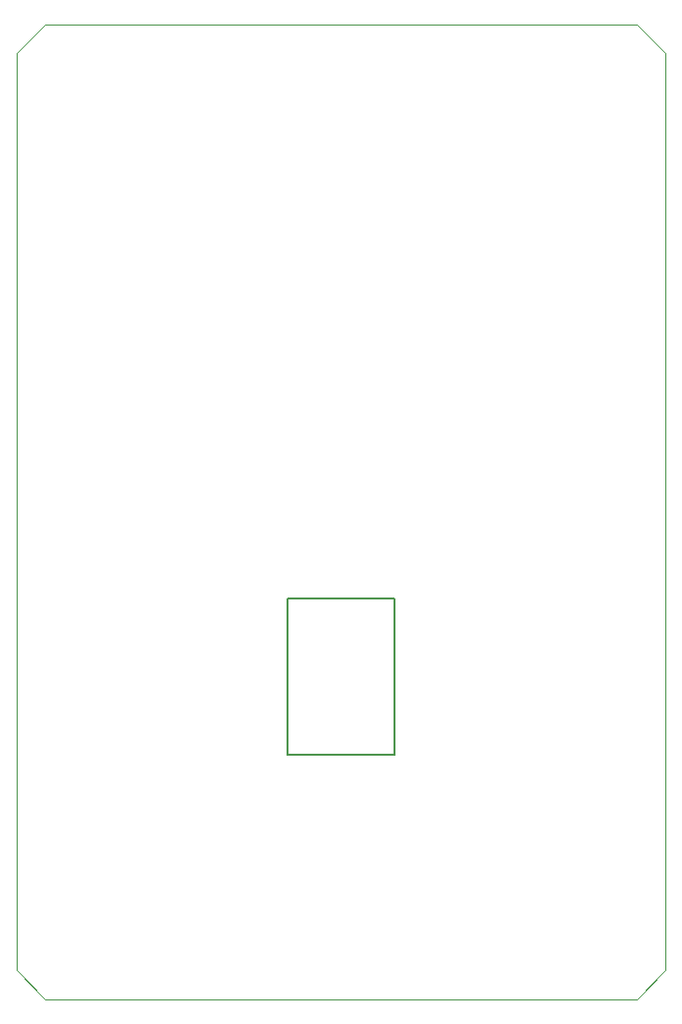
<source format=gbr>
G04 #@! TF.GenerationSoftware,KiCad,Pcbnew,(5.1.0-0)*
G04 #@! TF.CreationDate,2020-10-15T12:17:17+01:00*
G04 #@! TF.ProjectId,OpenLaserMouse,4f70656e-4c61-4736-9572-4d6f7573652e,rev?*
G04 #@! TF.SameCoordinates,Original*
G04 #@! TF.FileFunction,Profile,NP*
%FSLAX46Y46*%
G04 Gerber Fmt 4.6, Leading zero omitted, Abs format (unit mm)*
G04 Created by KiCad (PCBNEW (5.1.0-0)) date 2020-10-15 12:17:17*
%MOMM*%
%LPD*%
G04 APERTURE LIST*
%ADD10C,0.050000*%
%ADD11C,0.150000*%
G04 APERTURE END LIST*
D10*
X93500000Y-124000000D02*
X96000000Y-121500000D01*
X40000000Y-121500000D02*
X42500000Y-124000000D01*
X40000000Y-42500000D02*
X42500000Y-40000000D01*
X93500000Y-40000000D02*
X96000000Y-42500000D01*
X96000000Y-42500000D02*
X96000000Y-121500000D01*
X42500000Y-124000000D02*
X93500000Y-124000000D01*
X40000000Y-42500000D02*
X40000000Y-121500000D01*
X42500000Y-40000000D02*
X93500000Y-40000000D01*
D11*
X63422000Y-102960000D02*
X63422000Y-89500000D01*
X63422000Y-89500000D02*
X72622000Y-89500000D01*
X72622000Y-89500000D02*
X72622000Y-102960000D01*
X72622000Y-102960000D02*
X63422000Y-102960000D01*
M02*

</source>
